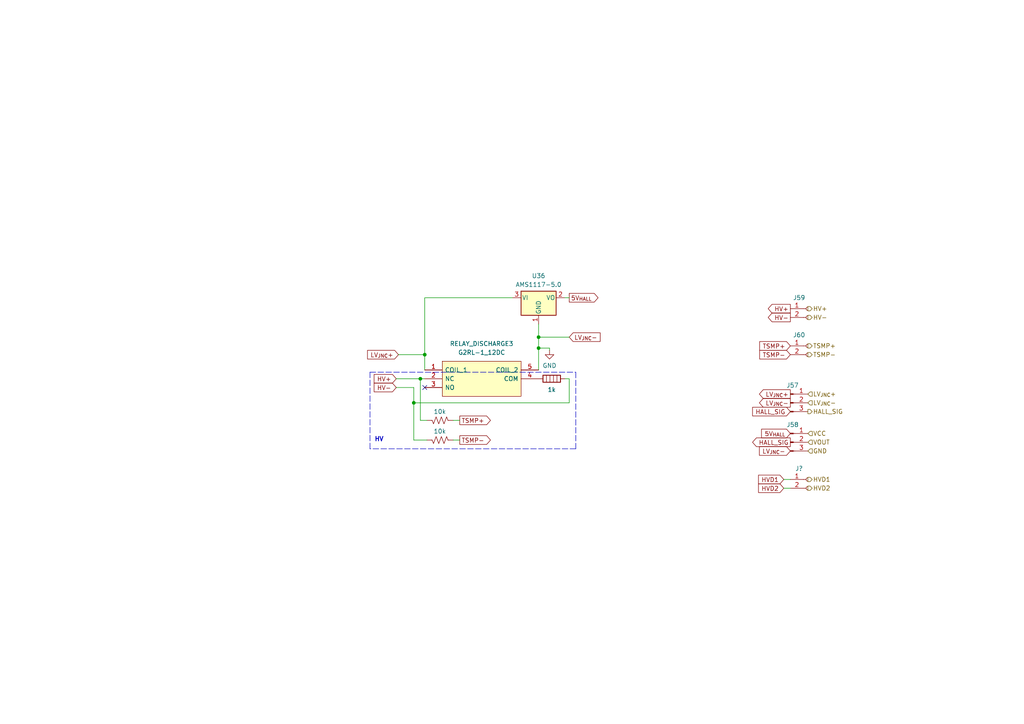
<source format=kicad_sch>
(kicad_sch (version 20211123) (generator eeschema)

  (uuid 158172a1-24c5-4695-9475-ebacb5108bd3)

  (paper "A4")

  (lib_symbols
    (symbol "A-FA_PARTS:Conn_01x02_Female" (pin_names (offset 1.016) hide) (in_bom yes) (on_board yes)
      (property "Reference" "J" (id 0) (at 0 2.54 0)
        (effects (font (size 1.27 1.27)))
      )
      (property "Value" "Conn_01x02_Female" (id 1) (at 0 -5.08 0)
        (effects (font (size 1.27 1.27)))
      )
      (property "Footprint" "" (id 2) (at 0 0 0)
        (effects (font (size 1.27 1.27)) hide)
      )
      (property "Datasheet" "~" (id 3) (at 0 0 0)
        (effects (font (size 1.27 1.27)) hide)
      )
      (property "ki_keywords" "connector" (id 4) (at 0 0 0)
        (effects (font (size 1.27 1.27)) hide)
      )
      (property "ki_description" "Generic connector, single row, 01x02, script generated (kicad-library-utils/schlib/autogen/connector/)" (id 5) (at 0 0 0)
        (effects (font (size 1.27 1.27)) hide)
      )
      (property "ki_fp_filters" "Connector*:*_1x??_*" (id 6) (at 0 0 0)
        (effects (font (size 1.27 1.27)) hide)
      )
      (symbol "Conn_01x02_Female_1_1"
        (arc (start 0 -2.032) (mid -0.508 -2.54) (end 0 -3.048)
          (stroke (width 0.1524) (type default) (color 0 0 0 0))
          (fill (type none))
        )
        (polyline
          (pts
            (xy -1.27 -2.54)
            (xy -0.508 -2.54)
          )
          (stroke (width 0.1524) (type default) (color 0 0 0 0))
          (fill (type none))
        )
        (polyline
          (pts
            (xy -1.27 0)
            (xy -0.508 0)
          )
          (stroke (width 0.1524) (type default) (color 0 0 0 0))
          (fill (type none))
        )
        (arc (start 0 0.508) (mid -0.508 0) (end 0 -0.508)
          (stroke (width 0.1524) (type default) (color 0 0 0 0))
          (fill (type none))
        )
        (pin input line (at 0 -2.54 180) (length 3.81) hide
          (name "" (effects (font (size 1.27 1.27))))
          (number "" (effects (font (size 1.27 1.27))))
        )
        (pin input line (at 0 0 180) (length 3.81) hide
          (name "" (effects (font (size 1.27 1.27))))
          (number "" (effects (font (size 1.27 1.27))))
        )
        (pin passive line (at -5.08 0 0) (length 3.81)
          (name "Pin_1" (effects (font (size 1.27 1.27))))
          (number "1" (effects (font (size 1.27 1.27))))
        )
        (pin passive line (at -5.08 -2.54 0) (length 3.81)
          (name "Pin_2" (effects (font (size 1.27 1.27))))
          (number "2" (effects (font (size 1.27 1.27))))
        )
      )
    )
    (symbol "A-FA_PARTS:Conn_01x03_Male" (in_bom yes) (on_board yes)
      (property "Reference" "J" (id 0) (at 1.651 4.826 0)
        (effects (font (size 1.27 1.27)))
      )
      (property "Value" "Conn_01x03_Male" (id 1) (at 0.762 -4.699 0)
        (effects (font (size 1.27 1.27)) hide)
      )
      (property "Footprint" "" (id 2) (at 0 0 0)
        (effects (font (size 1.27 1.27)) hide)
      )
      (property "Datasheet" "" (id 3) (at 0 0 0)
        (effects (font (size 1.27 1.27)) hide)
      )
      (symbol "Conn_01x03_Male_1_1"
        (polyline
          (pts
            (xy 1.2954 -2.54)
            (xy 0.889 -2.54)
          )
          (stroke (width 0.1524) (type default) (color 0 0 0 0))
          (fill (type none))
        )
        (polyline
          (pts
            (xy 1.2954 0)
            (xy 0.889 0)
          )
          (stroke (width 0.1524) (type default) (color 0 0 0 0))
          (fill (type none))
        )
        (polyline
          (pts
            (xy 1.2954 2.54)
            (xy 0.889 2.54)
          )
          (stroke (width 0.1524) (type default) (color 0 0 0 0))
          (fill (type none))
        )
        (rectangle (start 0.889 -2.413) (end 0.0254 -2.667)
          (stroke (width 0.1524) (type default) (color 0 0 0 0))
          (fill (type outline))
        )
        (rectangle (start 0.889 0.127) (end 0.0254 -0.127)
          (stroke (width 0.1524) (type default) (color 0 0 0 0))
          (fill (type outline))
        )
        (rectangle (start 0.889 2.667) (end 0.0254 2.413)
          (stroke (width 0.1524) (type default) (color 0 0 0 0))
          (fill (type outline))
        )
        (pin input line (at 0 -2.54 0) (length 3.81) hide
          (name "" (effects (font (size 1.27 1.27))))
          (number "" (effects (font (size 1.27 1.27))))
        )
        (pin input line (at 0 0 0) (length 3.81) hide
          (name "" (effects (font (size 1.27 1.27))))
          (number "" (effects (font (size 1.27 1.27))))
        )
        (pin input line (at 0 2.54 0) (length 3.81) hide
          (name "" (effects (font (size 1.27 1.27))))
          (number "" (effects (font (size 1.27 1.27))))
        )
        (pin passive line (at 5.1054 2.54 180) (length 3.81)
          (name "" (effects (font (size 1.27 1.27))))
          (number "1" (effects (font (size 1.27 1.27))))
        )
        (pin passive line (at 5.1054 0 180) (length 3.81)
          (name "" (effects (font (size 1.27 1.27))))
          (number "2" (effects (font (size 1.27 1.27))))
        )
        (pin passive line (at 5.1054 -2.54 180) (length 3.81)
          (name "" (effects (font (size 1.27 1.27))))
          (number "3" (effects (font (size 1.27 1.27))))
        )
      )
    )
    (symbol "Device:Heater" (pin_numbers hide) (pin_names (offset 0)) (in_bom yes) (on_board yes)
      (property "Reference" "R" (id 0) (at 2.032 0 90)
        (effects (font (size 1.27 1.27)))
      )
      (property "Value" "Heater" (id 1) (at -2.032 0 90)
        (effects (font (size 1.27 1.27)))
      )
      (property "Footprint" "" (id 2) (at -1.778 0 90)
        (effects (font (size 1.27 1.27)) hide)
      )
      (property "Datasheet" "~" (id 3) (at 0 0 0)
        (effects (font (size 1.27 1.27)) hide)
      )
      (property "ki_keywords" "heater R resistor" (id 4) (at 0 0 0)
        (effects (font (size 1.27 1.27)) hide)
      )
      (property "ki_description" "Resistive heater" (id 5) (at 0 0 0)
        (effects (font (size 1.27 1.27)) hide)
      )
      (symbol "Heater_0_1"
        (rectangle (start -1.016 -2.54) (end 1.016 2.54)
          (stroke (width 0.254) (type default) (color 0 0 0 0))
          (fill (type none))
        )
        (polyline
          (pts
            (xy -1.016 1.524)
            (xy 1.016 1.524)
          )
          (stroke (width 0) (type default) (color 0 0 0 0))
          (fill (type none))
        )
        (polyline
          (pts
            (xy 1.016 -1.524)
            (xy -1.016 -1.524)
          )
          (stroke (width 0) (type default) (color 0 0 0 0))
          (fill (type none))
        )
        (polyline
          (pts
            (xy 1.016 -0.508)
            (xy -1.016 -0.508)
          )
          (stroke (width 0) (type default) (color 0 0 0 0))
          (fill (type none))
        )
        (polyline
          (pts
            (xy 1.016 0.508)
            (xy -1.016 0.508)
          )
          (stroke (width 0) (type default) (color 0 0 0 0))
          (fill (type none))
        )
      )
      (symbol "Heater_1_1"
        (pin passive line (at 0 3.81 270) (length 1.27)
          (name "~" (effects (font (size 1.27 1.27))))
          (number "1" (effects (font (size 1.27 1.27))))
        )
        (pin passive line (at 0 -3.81 90) (length 1.27)
          (name "~" (effects (font (size 1.27 1.27))))
          (number "2" (effects (font (size 1.27 1.27))))
        )
      )
    )
    (symbol "Device:R_US" (pin_numbers hide) (pin_names (offset 0)) (in_bom yes) (on_board yes)
      (property "Reference" "R" (id 0) (at 2.54 0 90)
        (effects (font (size 1.27 1.27)))
      )
      (property "Value" "R_US" (id 1) (at -2.54 0 90)
        (effects (font (size 1.27 1.27)))
      )
      (property "Footprint" "" (id 2) (at 1.016 -0.254 90)
        (effects (font (size 1.27 1.27)) hide)
      )
      (property "Datasheet" "~" (id 3) (at 0 0 0)
        (effects (font (size 1.27 1.27)) hide)
      )
      (property "ki_keywords" "R res resistor" (id 4) (at 0 0 0)
        (effects (font (size 1.27 1.27)) hide)
      )
      (property "ki_description" "Resistor, US symbol" (id 5) (at 0 0 0)
        (effects (font (size 1.27 1.27)) hide)
      )
      (property "ki_fp_filters" "R_*" (id 6) (at 0 0 0)
        (effects (font (size 1.27 1.27)) hide)
      )
      (symbol "R_US_0_1"
        (polyline
          (pts
            (xy 0 -2.286)
            (xy 0 -2.54)
          )
          (stroke (width 0) (type default) (color 0 0 0 0))
          (fill (type none))
        )
        (polyline
          (pts
            (xy 0 2.286)
            (xy 0 2.54)
          )
          (stroke (width 0) (type default) (color 0 0 0 0))
          (fill (type none))
        )
        (polyline
          (pts
            (xy 0 -0.762)
            (xy 1.016 -1.143)
            (xy 0 -1.524)
            (xy -1.016 -1.905)
            (xy 0 -2.286)
          )
          (stroke (width 0) (type default) (color 0 0 0 0))
          (fill (type none))
        )
        (polyline
          (pts
            (xy 0 0.762)
            (xy 1.016 0.381)
            (xy 0 0)
            (xy -1.016 -0.381)
            (xy 0 -0.762)
          )
          (stroke (width 0) (type default) (color 0 0 0 0))
          (fill (type none))
        )
        (polyline
          (pts
            (xy 0 2.286)
            (xy 1.016 1.905)
            (xy 0 1.524)
            (xy -1.016 1.143)
            (xy 0 0.762)
          )
          (stroke (width 0) (type default) (color 0 0 0 0))
          (fill (type none))
        )
      )
      (symbol "R_US_1_1"
        (pin passive line (at 0 3.81 270) (length 1.27)
          (name "~" (effects (font (size 1.27 1.27))))
          (number "1" (effects (font (size 1.27 1.27))))
        )
        (pin passive line (at 0 -3.81 90) (length 1.27)
          (name "~" (effects (font (size 1.27 1.27))))
          (number "2" (effects (font (size 1.27 1.27))))
        )
      )
    )
    (symbol "G2RL-1_12DC:G2RL-1_12DC" (pin_names (offset 0.762)) (in_bom yes) (on_board yes)
      (property "Reference" "K" (id 0) (at 29.21 7.62 0)
        (effects (font (size 1.27 1.27)) (justify left))
      )
      (property "Value" "G2RL-1_12DC" (id 1) (at 29.21 5.08 0)
        (effects (font (size 1.27 1.27)) (justify left))
      )
      (property "Footprint" "G2RL112DC" (id 2) (at 29.21 2.54 0)
        (effects (font (size 1.27 1.27)) (justify left) hide)
      )
      (property "Datasheet" "http://uk.rs-online.com/web/p/products/3650490P" (id 3) (at 29.21 0 0)
        (effects (font (size 1.27 1.27)) (justify left) hide)
      )
      (property "Description" "General Purpose Relay, G2RL Series, Power, Non Latching, SPDT, 12 VDC, 12 A RoHS Compliant: Yes" (id 4) (at 29.21 -2.54 0)
        (effects (font (size 1.27 1.27)) (justify left) hide)
      )
      (property "Height" "15.7" (id 5) (at 29.21 -5.08 0)
        (effects (font (size 1.27 1.27)) (justify left) hide)
      )
      (property "Manufacturer_Name" "Omron Electronics" (id 6) (at 29.21 -7.62 0)
        (effects (font (size 1.27 1.27)) (justify left) hide)
      )
      (property "Manufacturer_Part_Number" "G2RL-1 12DC" (id 7) (at 29.21 -10.16 0)
        (effects (font (size 1.27 1.27)) (justify left) hide)
      )
      (property "Mouser Part Number" "" (id 8) (at 29.21 -12.7 0)
        (effects (font (size 1.27 1.27)) (justify left) hide)
      )
      (property "Mouser Price/Stock" "" (id 9) (at 29.21 -15.24 0)
        (effects (font (size 1.27 1.27)) (justify left) hide)
      )
      (property "Arrow Part Number" "" (id 10) (at 29.21 -17.78 0)
        (effects (font (size 1.27 1.27)) (justify left) hide)
      )
      (property "Arrow Price/Stock" "" (id 11) (at 29.21 -20.32 0)
        (effects (font (size 1.27 1.27)) (justify left) hide)
      )
      (property "ki_description" "General Purpose Relay, G2RL Series, Power, Non Latching, SPDT, 12 VDC, 12 A RoHS Compliant: Yes" (id 12) (at 0 0 0)
        (effects (font (size 1.27 1.27)) hide)
      )
      (symbol "G2RL-1_12DC_0_0"
        (pin passive line (at 0 0 0) (length 5.08)
          (name "COIL_1" (effects (font (size 1.27 1.27))))
          (number "1" (effects (font (size 1.27 1.27))))
        )
        (pin passive line (at 0 -2.54 0) (length 5.08)
          (name "NC" (effects (font (size 1.27 1.27))))
          (number "2" (effects (font (size 1.27 1.27))))
        )
        (pin passive line (at 0 -5.08 0) (length 5.08)
          (name "NO" (effects (font (size 1.27 1.27))))
          (number "3" (effects (font (size 1.27 1.27))))
        )
        (pin passive line (at 33.02 -2.54 180) (length 5.08)
          (name "COM" (effects (font (size 1.27 1.27))))
          (number "4" (effects (font (size 1.27 1.27))))
        )
        (pin passive line (at 33.02 0 180) (length 5.08)
          (name "COIL_2" (effects (font (size 1.27 1.27))))
          (number "5" (effects (font (size 1.27 1.27))))
        )
      )
      (symbol "G2RL-1_12DC_0_1"
        (polyline
          (pts
            (xy 5.08 2.54)
            (xy 27.94 2.54)
            (xy 27.94 -7.62)
            (xy 5.08 -7.62)
            (xy 5.08 2.54)
          )
          (stroke (width 0.1524) (type default) (color 0 0 0 0))
          (fill (type background))
        )
      )
    )
    (symbol "Regulator_Linear:AMS1117-5.0" (pin_names (offset 0.254)) (in_bom yes) (on_board yes)
      (property "Reference" "U" (id 0) (at -3.81 3.175 0)
        (effects (font (size 1.27 1.27)))
      )
      (property "Value" "AMS1117-5.0" (id 1) (at 0 3.175 0)
        (effects (font (size 1.27 1.27)) (justify left))
      )
      (property "Footprint" "Package_TO_SOT_SMD:SOT-223-3_TabPin2" (id 2) (at 0 5.08 0)
        (effects (font (size 1.27 1.27)) hide)
      )
      (property "Datasheet" "http://www.advanced-monolithic.com/pdf/ds1117.pdf" (id 3) (at 2.54 -6.35 0)
        (effects (font (size 1.27 1.27)) hide)
      )
      (property "ki_keywords" "linear regulator ldo fixed positive" (id 4) (at 0 0 0)
        (effects (font (size 1.27 1.27)) hide)
      )
      (property "ki_description" "1A Low Dropout regulator, positive, 5.0V fixed output, SOT-223" (id 5) (at 0 0 0)
        (effects (font (size 1.27 1.27)) hide)
      )
      (property "ki_fp_filters" "SOT?223*TabPin2*" (id 6) (at 0 0 0)
        (effects (font (size 1.27 1.27)) hide)
      )
      (symbol "AMS1117-5.0_0_1"
        (rectangle (start -5.08 -5.08) (end 5.08 1.905)
          (stroke (width 0.254) (type default) (color 0 0 0 0))
          (fill (type background))
        )
      )
      (symbol "AMS1117-5.0_1_1"
        (pin power_in line (at 0 -7.62 90) (length 2.54)
          (name "GND" (effects (font (size 1.27 1.27))))
          (number "1" (effects (font (size 1.27 1.27))))
        )
        (pin power_out line (at 7.62 0 180) (length 2.54)
          (name "VO" (effects (font (size 1.27 1.27))))
          (number "2" (effects (font (size 1.27 1.27))))
        )
        (pin power_in line (at -7.62 0 0) (length 2.54)
          (name "VI" (effects (font (size 1.27 1.27))))
          (number "3" (effects (font (size 1.27 1.27))))
        )
      )
    )
    (symbol "power:GND" (power) (pin_names (offset 0)) (in_bom yes) (on_board yes)
      (property "Reference" "#PWR" (id 0) (at 0 -6.35 0)
        (effects (font (size 1.27 1.27)) hide)
      )
      (property "Value" "GND" (id 1) (at 0 -3.81 0)
        (effects (font (size 1.27 1.27)))
      )
      (property "Footprint" "" (id 2) (at 0 0 0)
        (effects (font (size 1.27 1.27)) hide)
      )
      (property "Datasheet" "" (id 3) (at 0 0 0)
        (effects (font (size 1.27 1.27)) hide)
      )
      (property "ki_keywords" "power-flag" (id 4) (at 0 0 0)
        (effects (font (size 1.27 1.27)) hide)
      )
      (property "ki_description" "Power symbol creates a global label with name \"GND\" , ground" (id 5) (at 0 0 0)
        (effects (font (size 1.27 1.27)) hide)
      )
      (symbol "GND_0_1"
        (polyline
          (pts
            (xy 0 0)
            (xy 0 -1.27)
            (xy 1.27 -1.27)
            (xy 0 -2.54)
            (xy -1.27 -1.27)
            (xy 0 -1.27)
          )
          (stroke (width 0) (type default) (color 0 0 0 0))
          (fill (type none))
        )
      )
      (symbol "GND_1_1"
        (pin power_in line (at 0 0 270) (length 0) hide
          (name "GND" (effects (font (size 1.27 1.27))))
          (number "1" (effects (font (size 1.27 1.27))))
        )
      )
    )
  )

  (junction (at 120.015 116.84) (diameter 0) (color 0 0 0 0)
    (uuid 43fd750d-a195-433f-9131-7a4214bfeab9)
  )
  (junction (at 156.21 100.965) (diameter 0) (color 0 0 0 0)
    (uuid 962bc7f0-0ed4-41b2-b2dc-511e09075ec3)
  )
  (junction (at 156.21 97.79) (diameter 0) (color 0 0 0 0)
    (uuid a2007c35-ffd2-4904-8ca5-72cb69968a0d)
  )
  (junction (at 121.92 109.855) (diameter 0) (color 0 0 0 0)
    (uuid d6a61543-2d24-4162-aaa1-aa4e5af3e848)
  )
  (junction (at 123.19 102.87) (diameter 0) (color 0 0 0 0)
    (uuid d7bd6764-19b4-4f85-ba37-407d532549d9)
  )

  (no_connect (at 123.19 112.395) (uuid 40c6618f-0927-4215-99c3-3ef2bdce67fb))

  (wire (pts (xy 120.015 127.635) (xy 120.015 116.84))
    (stroke (width 0) (type default) (color 0 0 0 0))
    (uuid 120104eb-6f85-4e09-9633-a74cdb57afda)
  )
  (wire (pts (xy 114.935 112.395) (xy 120.015 112.395))
    (stroke (width 0) (type default) (color 0 0 0 0))
    (uuid 1fcc91a5-2962-48f5-ba6f-5075bfb9f8ee)
  )
  (polyline (pts (xy 167.005 130.175) (xy 107.315 130.175))
    (stroke (width 0) (type default) (color 0 0 0 0))
    (uuid 25573c95-623e-4a6f-8d77-00c1b317924f)
  )

  (wire (pts (xy 121.92 109.855) (xy 121.92 121.92))
    (stroke (width 0) (type default) (color 0 0 0 0))
    (uuid 2bfcabb6-1b32-47fe-a72a-da73112fd76b)
  )
  (wire (pts (xy 227.33 141.605) (xy 229.235 141.605))
    (stroke (width 0) (type default) (color 0 0 0 0))
    (uuid 2d056b8a-ff3f-4c7a-8314-6db01309e851)
  )
  (wire (pts (xy 227.33 139.065) (xy 229.235 139.065))
    (stroke (width 0) (type default) (color 0 0 0 0))
    (uuid 3c8edecf-cfa6-4452-96f3-b02772be80fa)
  )
  (polyline (pts (xy 167.005 107.95) (xy 167.005 130.175))
    (stroke (width 0) (type default) (color 0 0 0 0))
    (uuid 42b3952e-31bc-482f-8852-8fd290b2149a)
  )

  (wire (pts (xy 123.19 86.36) (xy 148.59 86.36))
    (stroke (width 0) (type default) (color 0 0 0 0))
    (uuid 50ace34c-7e1f-4050-b642-c4707b585c1e)
  )
  (wire (pts (xy 120.015 112.395) (xy 120.015 116.84))
    (stroke (width 0) (type default) (color 0 0 0 0))
    (uuid 6c6af2e7-51df-42aa-9252-646c747be306)
  )
  (wire (pts (xy 229.2096 119.38) (xy 229.235 119.38))
    (stroke (width 0) (type default) (color 0 0 0 0))
    (uuid 6d011e18-ef1a-4a15-9aa1-087c4edef4d2)
  )
  (wire (pts (xy 156.21 100.965) (xy 159.385 100.965))
    (stroke (width 0) (type default) (color 0 0 0 0))
    (uuid 81f528cd-0d27-43ca-a433-d45b1e08f71f)
  )
  (wire (pts (xy 165.1 116.84) (xy 165.1 109.855))
    (stroke (width 0) (type default) (color 0 0 0 0))
    (uuid 84ae0084-1dbd-430c-b4fc-8ff6c5c0d2ec)
  )
  (wire (pts (xy 121.92 109.855) (xy 123.19 109.855))
    (stroke (width 0) (type default) (color 0 0 0 0))
    (uuid 910b3471-e83c-4b86-b562-95f9dc345015)
  )
  (wire (pts (xy 165.1 86.36) (xy 163.83 86.36))
    (stroke (width 0) (type default) (color 0 0 0 0))
    (uuid 9dadaf8c-f729-4a12-9f2b-5660c8c29e95)
  )
  (wire (pts (xy 156.21 100.965) (xy 156.21 97.79))
    (stroke (width 0) (type default) (color 0 0 0 0))
    (uuid b03fb4f3-64dc-4bf7-9b41-ee48fbe7454a)
  )
  (polyline (pts (xy 107.315 107.95) (xy 167.005 107.95))
    (stroke (width 0) (type default) (color 0 0 0 0))
    (uuid b18b1259-7f89-47f4-b3fc-0239e5c39b74)
  )

  (wire (pts (xy 121.92 121.92) (xy 123.825 121.92))
    (stroke (width 0) (type default) (color 0 0 0 0))
    (uuid b85d9b47-166d-424a-b2cf-d9726abbd79c)
  )
  (wire (pts (xy 131.445 121.92) (xy 133.35 121.92))
    (stroke (width 0) (type default) (color 0 0 0 0))
    (uuid c5b6c634-c3d1-4b6e-9133-c9dd1ed3a025)
  )
  (wire (pts (xy 229.2096 116.84) (xy 229.235 116.84))
    (stroke (width 0) (type default) (color 0 0 0 0))
    (uuid c707a128-bf69-4f45-b415-c1836d2edf44)
  )
  (wire (pts (xy 159.385 100.965) (xy 159.385 101.6))
    (stroke (width 0) (type default) (color 0 0 0 0))
    (uuid cb1ddc8f-d061-4b5b-8901-94d02b4c632b)
  )
  (polyline (pts (xy 107.315 130.175) (xy 107.315 107.95))
    (stroke (width 0) (type default) (color 0 0 0 0))
    (uuid cc78a7fa-5225-4c42-9667-3babf2aad648)
  )

  (wire (pts (xy 123.19 102.87) (xy 123.19 107.315))
    (stroke (width 0) (type default) (color 0 0 0 0))
    (uuid ce8dc5e4-2a83-46a5-a643-3143fc9e7e5c)
  )
  (wire (pts (xy 123.19 102.87) (xy 123.19 86.36))
    (stroke (width 0) (type default) (color 0 0 0 0))
    (uuid d1b4f2da-6db0-4634-bb41-7897d45f0522)
  )
  (wire (pts (xy 123.825 127.635) (xy 120.015 127.635))
    (stroke (width 0) (type default) (color 0 0 0 0))
    (uuid d5b827a9-1bd4-46f3-8b8a-ff9efd453ab5)
  )
  (wire (pts (xy 165.1 109.855) (xy 163.83 109.855))
    (stroke (width 0) (type default) (color 0 0 0 0))
    (uuid e3fe8a90-86ed-4e27-bb36-1dda3649bc90)
  )
  (wire (pts (xy 156.21 93.98) (xy 156.21 97.79))
    (stroke (width 0) (type default) (color 0 0 0 0))
    (uuid e70f51d1-bd05-4387-84c9-145fbabd5a25)
  )
  (wire (pts (xy 120.015 116.84) (xy 165.1 116.84))
    (stroke (width 0) (type default) (color 0 0 0 0))
    (uuid f71dacbf-f35b-4bb1-9f30-6caba35589d3)
  )
  (wire (pts (xy 131.445 127.635) (xy 133.35 127.635))
    (stroke (width 0) (type default) (color 0 0 0 0))
    (uuid f99ce9c2-13bf-45c4-9b90-315880ad98f0)
  )
  (wire (pts (xy 115.57 102.87) (xy 123.19 102.87))
    (stroke (width 0) (type default) (color 0 0 0 0))
    (uuid f9b1481a-99be-43d8-bb7f-3e4131aff99a)
  )
  (wire (pts (xy 156.21 97.79) (xy 165.1 97.79))
    (stroke (width 0) (type default) (color 0 0 0 0))
    (uuid fad79ff3-862f-4a35-9625-c04946186018)
  )
  (wire (pts (xy 229.2096 114.3) (xy 229.235 114.3))
    (stroke (width 0) (type default) (color 0 0 0 0))
    (uuid fb54e375-b182-45ae-a6e4-a0e8fa08d80f)
  )
  (wire (pts (xy 114.935 109.855) (xy 121.92 109.855))
    (stroke (width 0) (type default) (color 0 0 0 0))
    (uuid fbf31b4c-17a1-4881-a220-a96530f2c3cf)
  )
  (wire (pts (xy 156.21 100.965) (xy 156.21 107.315))
    (stroke (width 0) (type default) (color 0 0 0 0))
    (uuid fc032bb8-bda4-422a-a1e1-c3643f0ac8fd)
  )

  (text "HV" (at 108.585 128.27 0)
    (effects (font (size 1.27 1.27) (thickness 0.254) bold) (justify left bottom))
    (uuid b27b39ec-5ba9-40c2-b618-0618baf03098)
  )

  (global_label "HVD1" (shape input) (at 227.33 139.065 180) (fields_autoplaced)
    (effects (font (size 1.27 1.27)) (justify right))
    (uuid 290dafa0-b7b7-4ecd-952b-38cc82c41afd)
    (property "Intersheet References" "${INTERSHEET_REFS}" (id 0) (at 220.0183 138.9856 0)
      (effects (font (size 1.27 1.27)) (justify right) hide)
    )
  )
  (global_label "5V_{HALL}" (shape output) (at 165.1 86.36 0) (fields_autoplaced)
    (effects (font (size 1.27 1.27)) (justify left))
    (uuid 34aa4c52-5061-4347-a75f-5ac3b817b604)
    (property "Intersheet References" "${INTERSHEET_REFS}" (id 0) (at 173.3914 86.2806 0)
      (effects (font (size 1.27 1.27)) (justify left) hide)
    )
  )
  (global_label "TSMP-" (shape output) (at 133.35 127.635 0) (fields_autoplaced)
    (effects (font (size 1.27 1.27)) (justify left))
    (uuid 37ed46ac-9aee-413b-a3ee-72d4dcf654a4)
    (property "Intersheet References" "${INTERSHEET_REFS}" (id 0) (at 142.2341 127.5556 0)
      (effects (font (size 1.27 1.27)) (justify left) hide)
    )
  )
  (global_label "TSMP-" (shape input) (at 229.235 102.87 180) (fields_autoplaced)
    (effects (font (size 1.27 1.27)) (justify right))
    (uuid 543ef7e0-e5a1-4b2f-bd57-1144f2075a40)
    (property "Intersheet References" "${INTERSHEET_REFS}" (id 0) (at 220.3509 102.7906 0)
      (effects (font (size 1.27 1.27)) (justify right) hide)
    )
  )
  (global_label "HALL_SIG" (shape output) (at 229.235 128.27 180) (fields_autoplaced)
    (effects (font (size 1.27 1.27)) (justify right))
    (uuid 572ba892-0edc-4f99-9d8a-613949b73b9f)
    (property "Intersheet References" "${INTERSHEET_REFS}" (id 0) (at 218.2948 128.1906 0)
      (effects (font (size 1.27 1.27)) (justify right) hide)
    )
  )
  (global_label "TSMP+" (shape input) (at 229.235 100.33 180) (fields_autoplaced)
    (effects (font (size 1.27 1.27)) (justify right))
    (uuid 6f0d4f7f-cc1c-4440-a37f-1745266b9c1d)
    (property "Intersheet References" "${INTERSHEET_REFS}" (id 0) (at 220.3509 100.2506 0)
      (effects (font (size 1.27 1.27)) (justify right) hide)
    )
  )
  (global_label "TSMP+" (shape output) (at 133.35 121.92 0) (fields_autoplaced)
    (effects (font (size 1.27 1.27)) (justify left))
    (uuid 725d0786-51c6-442c-a92c-15cdc6e6832e)
    (property "Intersheet References" "${INTERSHEET_REFS}" (id 0) (at 142.2341 121.8406 0)
      (effects (font (size 1.27 1.27)) (justify left) hide)
    )
  )
  (global_label "LV_{JNC}-" (shape output) (at 229.235 116.84 180) (fields_autoplaced)
    (effects (font (size 1.27 1.27)) (justify right))
    (uuid 791bd3a8-33e0-4592-9b44-d9682f5fbd2c)
    (property "Intersheet References" "${INTERSHEET_REFS}" (id 0) (at 220.2784 116.7606 0)
      (effects (font (size 1.27 1.27)) (justify right) hide)
    )
  )
  (global_label "LV_{JNC}+" (shape input) (at 115.57 102.87 180) (fields_autoplaced)
    (effects (font (size 1.27 1.27)) (justify right))
    (uuid 7d3df7eb-531f-408d-9899-e57a4771816a)
    (property "Intersheet References" "${INTERSHEET_REFS}" (id 0) (at 106.6134 102.7906 0)
      (effects (font (size 1.27 1.27)) (justify right) hide)
    )
  )
  (global_label "LV_{JNC}-" (shape input) (at 165.1 97.79 0) (fields_autoplaced)
    (effects (font (size 1.27 1.27)) (justify left))
    (uuid 8490fdf3-e35a-463e-82fd-1fc88a227800)
    (property "Intersheet References" "${INTERSHEET_REFS}" (id 0) (at 174.0566 97.7106 0)
      (effects (font (size 1.27 1.27)) (justify left) hide)
    )
  )
  (global_label "LV_{JNC}+" (shape output) (at 229.235 114.3 180) (fields_autoplaced)
    (effects (font (size 1.27 1.27)) (justify right))
    (uuid a9fda0e0-d779-45ca-86cf-81cf78e6705f)
    (property "Intersheet References" "${INTERSHEET_REFS}" (id 0) (at 220.2784 114.2206 0)
      (effects (font (size 1.27 1.27)) (justify right) hide)
    )
  )
  (global_label "5V_{HALL}" (shape input) (at 229.235 125.73 180) (fields_autoplaced)
    (effects (font (size 1.27 1.27)) (justify right))
    (uuid bc991a42-21b2-4a32-8770-8d7d28839209)
    (property "Intersheet References" "${INTERSHEET_REFS}" (id 0) (at 220.9436 125.8094 0)
      (effects (font (size 1.27 1.27)) (justify right) hide)
    )
  )
  (global_label "HALL_SIG" (shape input) (at 229.235 119.38 180) (fields_autoplaced)
    (effects (font (size 1.27 1.27)) (justify right))
    (uuid c22a4fde-472a-4591-82fd-b0b96e4f1613)
    (property "Intersheet References" "${INTERSHEET_REFS}" (id 0) (at 218.2948 119.3006 0)
      (effects (font (size 1.27 1.27)) (justify right) hide)
    )
  )
  (global_label "HVD2" (shape input) (at 227.33 141.605 180) (fields_autoplaced)
    (effects (font (size 1.27 1.27)) (justify right))
    (uuid c3af3ca1-d52e-4fe0-87ae-a10013c2c5ef)
    (property "Intersheet References" "${INTERSHEET_REFS}" (id 0) (at 220.0183 141.5256 0)
      (effects (font (size 1.27 1.27)) (justify right) hide)
    )
  )
  (global_label "LV_{JNC}-" (shape input) (at 229.235 130.81 180) (fields_autoplaced)
    (effects (font (size 1.27 1.27)) (justify right))
    (uuid d1a0dd68-9277-464a-ad37-7f5e6b576522)
    (property "Intersheet References" "${INTERSHEET_REFS}" (id 0) (at 220.2784 130.7306 0)
      (effects (font (size 1.27 1.27)) (justify right) hide)
    )
  )
  (global_label "HV-" (shape output) (at 229.235 92.075 180) (fields_autoplaced)
    (effects (font (size 1.27 1.27)) (justify right))
    (uuid d5f25965-28f0-44e7-ae96-76637d25c0f1)
    (property "Intersheet References" "${INTERSHEET_REFS}" (id 0) (at 222.8305 91.9956 0)
      (effects (font (size 1.27 1.27)) (justify right) hide)
    )
  )
  (global_label "HV+" (shape output) (at 229.235 89.535 180) (fields_autoplaced)
    (effects (font (size 1.27 1.27)) (justify right))
    (uuid d7fd963f-8c59-4443-a90f-f8f670632b14)
    (property "Intersheet References" "${INTERSHEET_REFS}" (id 0) (at 222.8305 89.4556 0)
      (effects (font (size 1.27 1.27)) (justify right) hide)
    )
  )
  (global_label "HV-" (shape input) (at 114.935 112.395 180) (fields_autoplaced)
    (effects (font (size 1.27 1.27)) (justify right))
    (uuid dd2a5561-9fca-449b-875d-e8a8faa906c5)
    (property "Intersheet References" "${INTERSHEET_REFS}" (id 0) (at 108.5305 112.3156 0)
      (effects (font (size 1.27 1.27)) (justify right) hide)
    )
  )
  (global_label "HV+" (shape input) (at 114.935 109.855 180) (fields_autoplaced)
    (effects (font (size 1.27 1.27)) (justify right))
    (uuid ffb7863a-0ebb-4cf0-a11e-011c8a622c3f)
    (property "Intersheet References" "${INTERSHEET_REFS}" (id 0) (at 108.5305 109.9344 0)
      (effects (font (size 1.27 1.27)) (justify right) hide)
    )
  )

  (hierarchical_label "TSMP-" (shape output) (at 234.315 102.87 0)
    (effects (font (size 1.27 1.27)) (justify left))
    (uuid 16c7a1b9-05cf-4382-984a-49fd33c23229)
  )
  (hierarchical_label "HV+" (shape output) (at 234.315 89.535 0)
    (effects (font (size 1.27 1.27)) (justify left))
    (uuid 2f820b1c-b34e-4208-8007-57bca3ff69b7)
  )
  (hierarchical_label "HALL_SIG" (shape output) (at 234.315 119.38 0)
    (effects (font (size 1.27 1.27)) (justify left))
    (uuid 5cb67358-e169-467c-8c5b-253cf7db2666)
  )
  (hierarchical_label "LV_{JNC}+" (shape input) (at 234.315 114.3 0)
    (effects (font (size 1.27 1.27)) (justify left))
    (uuid 656f6516-8d38-420d-9a12-e5500989d6b6)
  )
  (hierarchical_label "VOUT" (shape input) (at 234.3404 128.27 0)
    (effects (font (size 1.27 1.27)) (justify left))
    (uuid 67c781ae-60cb-42dc-ad16-bb9eb6a5668b)
  )
  (hierarchical_label "HVD1" (shape output) (at 234.315 139.065 0)
    (effects (font (size 1.27 1.27)) (justify left))
    (uuid 720ae834-c596-4942-8d94-eb82339a643d)
  )
  (hierarchical_label "GND" (shape input) (at 234.3404 130.81 0)
    (effects (font (size 1.27 1.27)) (justify left))
    (uuid 8e031fd4-370c-456e-804d-ae4ff8e931c2)
  )
  (hierarchical_label "VCC" (shape input) (at 234.3404 125.73 0)
    (effects (font (size 1.27 1.27)) (justify left))
    (uuid 97a85e85-ad01-4801-8a78-e1a55e8a0889)
  )
  (hierarchical_label "TSMP+" (shape output) (at 234.315 100.33 0)
    (effects (font (size 1.27 1.27)) (justify left))
    (uuid 9e15a0bc-acf5-4042-93cc-56f8915dcec0)
  )
  (hierarchical_label "LV_{JNC}-" (shape input) (at 234.315 116.84 0)
    (effects (font (size 1.27 1.27)) (justify left))
    (uuid c1a2a092-cdc3-414f-b809-6e49dd26c928)
  )
  (hierarchical_label "HVD2" (shape output) (at 234.315 141.605 0)
    (effects (font (size 1.27 1.27)) (justify left))
    (uuid e2db456c-37ff-42a6-8079-515d9724900a)
  )
  (hierarchical_label "HV-" (shape output) (at 234.315 92.075 0)
    (effects (font (size 1.27 1.27)) (justify left))
    (uuid e389b1c3-8b91-40f3-bebb-f9df944c0612)
  )

  (symbol (lib_id "G2RL-1_12DC:G2RL-1_12DC") (at 123.19 107.315 0) (unit 1)
    (in_bom yes) (on_board yes) (fields_autoplaced)
    (uuid 20287d9d-3bbc-4dcf-996b-cdfdfb410230)
    (property "Reference" "RELAY_DISCHARGE3" (id 0) (at 139.7 99.695 0))
    (property "Value" "G2RL-1_12DC" (id 1) (at 139.7 102.235 0))
    (property "Footprint" "" (id 2) (at 152.4 104.775 0)
      (effects (font (size 1.27 1.27)) (justify left) hide)
    )
    (property "Datasheet" "http://uk.rs-online.com/web/p/products/3650490P" (id 3) (at 152.4 107.315 0)
      (effects (font (size 1.27 1.27)) (justify left) hide)
    )
    (property "Description" "General Purpose Relay, G2RL Series, Power, Non Latching, SPDT, 12 VDC, 12 A RoHS Compliant: Yes" (id 4) (at 152.4 109.855 0)
      (effects (font (size 1.27 1.27)) (justify left) hide)
    )
    (property "Height" "15.7" (id 5) (at 152.4 112.395 0)
      (effects (font (size 1.27 1.27)) (justify left) hide)
    )
    (property "Manufacturer_Name" "Omron Electronics" (id 6) (at 152.4 114.935 0)
      (effects (font (size 1.27 1.27)) (justify left) hide)
    )
    (property "Manufacturer_Part_Number" "G2RL-1 12DC" (id 7) (at 152.4 117.475 0)
      (effects (font (size 1.27 1.27)) (justify left) hide)
    )
    (property "Mouser Part Number" "" (id 8) (at 152.4 120.015 0)
      (effects (font (size 1.27 1.27)) (justify left) hide)
    )
    (property "Mouser Price/Stock" "" (id 9) (at 152.4 122.555 0)
      (effects (font (size 1.27 1.27)) (justify left) hide)
    )
    (property "Arrow Part Number" "" (id 10) (at 152.4 125.095 0)
      (effects (font (size 1.27 1.27)) (justify left) hide)
    )
    (property "Arrow Price/Stock" "" (id 11) (at 152.4 127.635 0)
      (effects (font (size 1.27 1.27)) (justify left) hide)
    )
    (pin "1" (uuid 3403c2c9-f1a2-484d-bbeb-066965c6fab4))
    (pin "2" (uuid 2604ceaf-9f7c-48ab-b1dc-516055ba6351))
    (pin "3" (uuid 3a5ae998-aa0f-4009-bc47-d6167af74be1))
    (pin "4" (uuid c8799bf6-1d45-491b-855d-0b78e1ffb9eb))
    (pin "5" (uuid 6accfa20-708a-4b7c-9ee7-095334fd4a14))
  )

  (symbol (lib_id "A-FA_PARTS:Conn_01x03_Male") (at 229.2096 116.84 0) (unit 1)
    (in_bom yes) (on_board yes) (fields_autoplaced)
    (uuid 2cc5bdf2-9e4c-424d-b3fd-2645eb6d0240)
    (property "Reference" "J57" (id 0) (at 229.87 111.76 0))
    (property "Value" "Conn_01x03_Male" (id 1) (at 229.9716 121.539 0)
      (effects (font (size 1.27 1.27)) hide)
    )
    (property "Footprint" "" (id 2) (at 229.2096 116.84 0)
      (effects (font (size 1.27 1.27)) hide)
    )
    (property "Datasheet" "" (id 3) (at 229.2096 116.84 0)
      (effects (font (size 1.27 1.27)) hide)
    )
    (pin "" (uuid 7fbda2b8-3012-4b45-8f21-1aa3f749dd52))
    (pin "" (uuid 7fbda2b8-3012-4b45-8f21-1aa3f749dd52))
    (pin "" (uuid 7fbda2b8-3012-4b45-8f21-1aa3f749dd52))
    (pin "1" (uuid 9d2a13c5-0d19-4fa6-98dd-fd58f06741b8))
    (pin "2" (uuid 24c84b43-8afe-45c5-8c3b-54538ada9d37))
    (pin "3" (uuid 797667c3-13c2-42c8-a13e-250674ca0887))
  )

  (symbol (lib_id "power:GND") (at 159.385 101.6 0) (unit 1)
    (in_bom yes) (on_board yes) (fields_autoplaced)
    (uuid 3c2e8aaf-4a6d-4cf8-b92f-3fc998d218bd)
    (property "Reference" "#PWR0150" (id 0) (at 159.385 107.95 0)
      (effects (font (size 1.27 1.27)) hide)
    )
    (property "Value" "GND" (id 1) (at 159.385 106.0434 0))
    (property "Footprint" "" (id 2) (at 159.385 101.6 0)
      (effects (font (size 1.27 1.27)) hide)
    )
    (property "Datasheet" "" (id 3) (at 159.385 101.6 0)
      (effects (font (size 1.27 1.27)) hide)
    )
    (pin "1" (uuid 894f58d1-30ac-46c2-8e17-880f905d8eb5))
  )

  (symbol (lib_id "A-FA_PARTS:Conn_01x02_Female") (at 234.315 139.065 0) (unit 1)
    (in_bom yes) (on_board yes)
    (uuid 3c8214f4-4b35-4936-a600-58442d2d2135)
    (property "Reference" "J?" (id 0) (at 231.775 135.89 0))
    (property "Value" "Conn_01x02_Female" (id 1) (at 222.885 135.255 0)
      (effects (font (size 1.27 1.27)) hide)
    )
    (property "Footprint" "" (id 2) (at 234.315 139.065 0)
      (effects (font (size 1.27 1.27)) hide)
    )
    (property "Datasheet" "~" (id 3) (at 234.315 139.065 0)
      (effects (font (size 1.27 1.27)) hide)
    )
    (pin "" (uuid b0c80243-e731-4556-b9cc-bd8d6fb02809))
    (pin "" (uuid b0c80243-e731-4556-b9cc-bd8d6fb02809))
    (pin "1" (uuid fa8a61f0-25c6-4671-b9dd-22d0916d0ad2))
    (pin "2" (uuid aa02ee9f-5914-449f-ab92-eed3062c8625))
  )

  (symbol (lib_id "A-FA_PARTS:Conn_01x02_Female") (at 234.315 100.33 0) (unit 1)
    (in_bom yes) (on_board yes)
    (uuid 492871b9-9921-44ab-8731-f80fecca7527)
    (property "Reference" "J60" (id 0) (at 231.775 97.155 0))
    (property "Value" "Conn_01x02_Female" (id 1) (at 222.885 96.52 0)
      (effects (font (size 1.27 1.27)) hide)
    )
    (property "Footprint" "" (id 2) (at 234.315 100.33 0)
      (effects (font (size 1.27 1.27)) hide)
    )
    (property "Datasheet" "~" (id 3) (at 234.315 100.33 0)
      (effects (font (size 1.27 1.27)) hide)
    )
    (pin "" (uuid a6a09840-8412-4d3c-9a17-666dbbc095cc))
    (pin "" (uuid a6a09840-8412-4d3c-9a17-666dbbc095cc))
    (pin "1" (uuid 103157d5-76e9-480a-8e86-acfeb68ad85c))
    (pin "2" (uuid 94312592-b3bd-41c8-aab7-307736ad7ab6))
  )

  (symbol (lib_id "Device:R_US") (at 127.635 127.635 270) (mirror x) (unit 1)
    (in_bom yes) (on_board yes)
    (uuid 54e1f4b9-a919-4744-9545-707138095f5d)
    (property "Reference" "R81" (id 0) (at 126.365 130.175 90)
      (effects (font (size 1.27 1.27)) (justify left) hide)
    )
    (property "Value" "10k" (id 1) (at 125.73 125.095 90)
      (effects (font (size 1.27 1.27)) (justify left))
    )
    (property "Footprint" "" (id 2) (at 127.381 126.619 90)
      (effects (font (size 1.27 1.27)) hide)
    )
    (property "Datasheet" "~" (id 3) (at 127.635 127.635 0)
      (effects (font (size 1.27 1.27)) hide)
    )
    (pin "1" (uuid 01d10882-f2bb-4fc5-9b27-2aeec0e32c75))
    (pin "2" (uuid 0a59a6e6-2a65-4209-813f-3fc6002cefa5))
  )

  (symbol (lib_id "A-FA_PARTS:Conn_01x03_Male") (at 229.235 128.27 0) (unit 1)
    (in_bom yes) (on_board yes) (fields_autoplaced)
    (uuid 66e45324-6ce7-4e7a-8c3a-497e0e63741a)
    (property "Reference" "J58" (id 0) (at 229.8954 123.19 0))
    (property "Value" "Conn_01x03_Male" (id 1) (at 229.997 132.969 0)
      (effects (font (size 1.27 1.27)) hide)
    )
    (property "Footprint" "" (id 2) (at 229.235 128.27 0)
      (effects (font (size 1.27 1.27)) hide)
    )
    (property "Datasheet" "" (id 3) (at 229.235 128.27 0)
      (effects (font (size 1.27 1.27)) hide)
    )
    (pin "" (uuid 1ee58af1-98a5-4fc1-a33a-db84b03cf548))
    (pin "" (uuid 1ee58af1-98a5-4fc1-a33a-db84b03cf548))
    (pin "" (uuid 1ee58af1-98a5-4fc1-a33a-db84b03cf548))
    (pin "1" (uuid 2cc9b57a-a6f9-4342-a3a6-73df5cfbbc3c))
    (pin "2" (uuid 5605566e-db6c-4bc4-9002-af704fc15013))
    (pin "3" (uuid 37528d56-6336-4e63-8523-4bf078dd4a9b))
  )

  (symbol (lib_id "A-FA_PARTS:Conn_01x02_Female") (at 234.315 89.535 0) (unit 1)
    (in_bom yes) (on_board yes)
    (uuid 785fc3ce-7404-4647-9022-9b217eb14a32)
    (property "Reference" "J59" (id 0) (at 231.775 86.36 0))
    (property "Value" "Conn_01x02_Female" (id 1) (at 222.885 85.725 0)
      (effects (font (size 1.27 1.27)) hide)
    )
    (property "Footprint" "" (id 2) (at 234.315 89.535 0)
      (effects (font (size 1.27 1.27)) hide)
    )
    (property "Datasheet" "~" (id 3) (at 234.315 89.535 0)
      (effects (font (size 1.27 1.27)) hide)
    )
    (pin "" (uuid 2fabd8b3-065a-45fe-a8cd-d7e0c32114de))
    (pin "" (uuid 2fabd8b3-065a-45fe-a8cd-d7e0c32114de))
    (pin "1" (uuid bbed089c-a8db-412d-95a7-d43024d217c2))
    (pin "2" (uuid 94ee82bf-af92-4470-8173-ffd731301135))
  )

  (symbol (lib_id "Regulator_Linear:AMS1117-5.0") (at 156.21 86.36 0) (unit 1)
    (in_bom yes) (on_board yes)
    (uuid 8609a4cd-2d55-4fcc-ad88-e61e5a8c5bf0)
    (property "Reference" "U36" (id 0) (at 156.21 80.01 0))
    (property "Value" "AMS1117-5.0" (id 1) (at 156.21 82.5469 0))
    (property "Footprint" "Package_TO_SOT_SMD:SOT-223-3_TabPin2" (id 2) (at 156.21 81.28 0)
      (effects (font (size 1.27 1.27)) hide)
    )
    (property "Datasheet" "http://www.advanced-monolithic.com/pdf/ds1117.pdf" (id 3) (at 158.75 92.71 0)
      (effects (font (size 1.27 1.27)) hide)
    )
    (pin "1" (uuid 0450edcc-9546-4bf4-bd60-91282f747e35))
    (pin "2" (uuid 96b03ebd-557f-4aa2-a917-cc1a5fc7603c))
    (pin "3" (uuid 3d9dc09a-087e-4f79-817c-f732f30806cc))
  )

  (symbol (lib_id "Device:R_US") (at 127.635 121.92 270) (mirror x) (unit 1)
    (in_bom yes) (on_board yes)
    (uuid d16e7ca8-7909-470d-8252-da95be8842c4)
    (property "Reference" "R80" (id 0) (at 126.365 124.46 90)
      (effects (font (size 1.27 1.27)) (justify left) hide)
    )
    (property "Value" "10k" (id 1) (at 125.73 119.38 90)
      (effects (font (size 1.27 1.27)) (justify left))
    )
    (property "Footprint" "" (id 2) (at 127.381 120.904 90)
      (effects (font (size 1.27 1.27)) hide)
    )
    (property "Datasheet" "~" (id 3) (at 127.635 121.92 0)
      (effects (font (size 1.27 1.27)) hide)
    )
    (pin "1" (uuid cd9189d4-033b-41dc-9bb1-ea910c930af3))
    (pin "2" (uuid 63c526e4-b93e-40e7-9a62-27760de266fd))
  )

  (symbol (lib_id "Device:Heater") (at 160.02 109.855 270) (unit 1)
    (in_bom yes) (on_board yes)
    (uuid f43b849f-7833-405b-80ad-fe0a4aa93afe)
    (property "Reference" "R_DIS_place_in_pcb1" (id 0) (at 160.02 112.395 90)
      (effects (font (size 1.27 1.27)) hide)
    )
    (property "Value" "1k" (id 1) (at 160.02 113.03 90))
    (property "Footprint" "" (id 2) (at 160.02 108.077 90)
      (effects (font (size 1.27 1.27)) hide)
    )
    (property "Datasheet" "~" (id 3) (at 160.02 109.855 0)
      (effects (font (size 1.27 1.27)) hide)
    )
    (pin "1" (uuid e0d69f7b-a436-4b4a-b066-dd4437b3d0ad))
    (pin "2" (uuid 5f02e9d0-5e8b-4e43-802d-d3af2bded0fe))
  )
)

</source>
